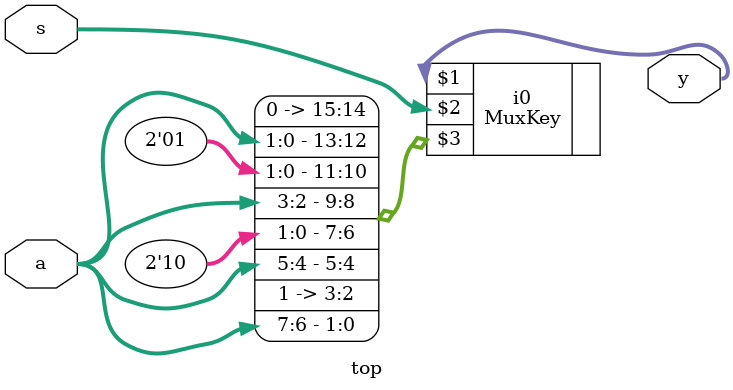
<source format=v>
module top(a,s,y);
	input [7:0]a;
	input [1:0]s;
	output [1:0]y;
	
        MuxKey #(4,2,2) i0 (y,s,{
		2'b00, a[1:0],
		2'b01, a[3:2],
		2'b10, a[5:4],
		2'b11, a[7:6]
		});
	
endmodule

</source>
